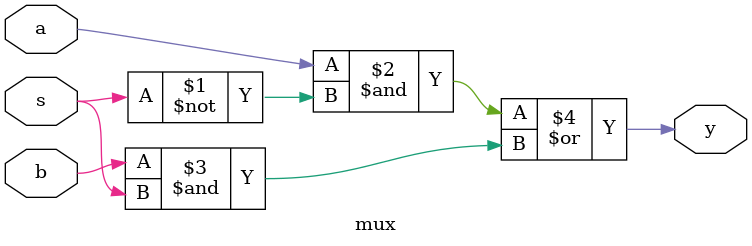
<source format=sv>

module mux (
    output wire y, 
    input wire a, 
    input wire b,
    input wire s);
    
    assign y = (a & ~s) | (b & s);
endmodule
</source>
